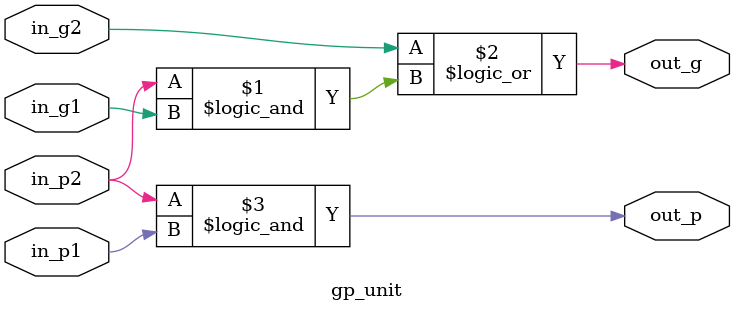
<source format=sv>
`timescale 1ns / 1ps
module gp_unit (
  input  logic in_g1, in_g2,
  input  logic in_p1, in_p2,
  output logic out_g,
  output logic out_p
);

  assign out_g = in_g2 || (in_p2 && in_g1);
  assign out_p = in_p2 && in_p1;

endmodule
</source>
